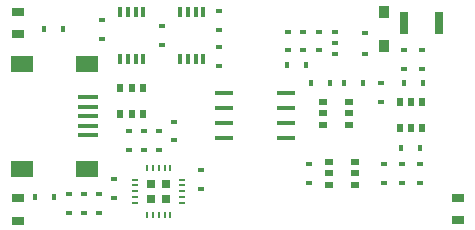
<source format=gbr>
G04 #@! TF.FileFunction,Paste,Top*
%FSLAX46Y46*%
G04 Gerber Fmt 4.6, Leading zero omitted, Abs format (unit mm)*
G04 Created by KiCad (PCBNEW 0.201512231246+6403~40~ubuntu14.04.1-stable) date Mo 22 Feb 2016 17:08:34 CET*
%MOMM*%
G01*
G04 APERTURE LIST*
%ADD10C,0.100000*%
%ADD11R,0.310134X0.864616*%
%ADD12R,0.443586X0.590194*%
%ADD13R,0.590194X0.443586*%
%ADD14R,0.666000X1.850000*%
%ADD15R,1.702918X0.370282*%
%ADD16R,1.849526X1.479246*%
%ADD17R,0.887172X1.108964*%
%ADD18R,0.540200X0.222000*%
%ADD19R,0.222000X0.540200*%
%ADD20R,0.750000X0.750000*%
%ADD21R,0.481000X0.784400*%
%ADD22R,0.784400X0.481000*%
%ADD23R,0.563880X0.412920*%
%ADD24R,0.563880X0.449920*%
%ADD25R,0.563880X0.444000*%
%ADD26R,1.033780X0.657860*%
%ADD27R,1.627734X0.443586*%
G04 APERTURE END LIST*
D10*
D11*
X156936440Y-76233020D03*
X156286200Y-76233020D03*
X155625800Y-76233020D03*
X154975560Y-76233020D03*
X154975560Y-80230980D03*
X155625800Y-80230980D03*
X156286200Y-80230980D03*
X156936440Y-80230980D03*
D12*
X180367940Y-87800000D03*
X178788060Y-87800000D03*
D13*
X161798000Y-91213940D03*
X161798000Y-89634060D03*
X155702000Y-87911940D03*
X155702000Y-86332060D03*
X154432000Y-90396060D03*
X154432000Y-91975940D03*
X153162000Y-91666060D03*
X153162000Y-93245940D03*
X159512000Y-87122000D03*
X159512000Y-85542120D03*
D12*
X170715940Y-80772000D03*
X169136060Y-80772000D03*
X171168060Y-82296000D03*
X172747940Y-82296000D03*
D13*
X170942000Y-89126060D03*
X170942000Y-90705940D03*
D12*
X173962060Y-82296000D03*
X175541940Y-82296000D03*
D13*
X177292000Y-89126060D03*
X177292000Y-90705940D03*
X177038000Y-83847940D03*
X177038000Y-82268060D03*
X170500000Y-77910060D03*
X170500000Y-79489940D03*
X171800000Y-77920120D03*
X171800000Y-79500000D03*
X180500000Y-81079880D03*
X180500000Y-79500000D03*
X169200000Y-77910060D03*
X169200000Y-79489940D03*
X179000000Y-81089940D03*
X179000000Y-79510060D03*
D14*
X181950000Y-77200000D03*
X179050000Y-77200000D03*
D15*
X152293320Y-83489800D03*
X152293320Y-84289900D03*
X152293320Y-85090000D03*
X152293320Y-85890100D03*
X152293320Y-86690200D03*
D16*
X152194260Y-80639920D03*
X146695160Y-80639920D03*
X152194260Y-89540080D03*
X146695160Y-89540080D03*
D13*
X156972000Y-87911940D03*
X156972000Y-86332060D03*
X158242000Y-87911940D03*
X158242000Y-86332060D03*
D12*
X148562060Y-77724000D03*
X150141940Y-77724000D03*
X147810060Y-91948000D03*
X149389940Y-91948000D03*
D13*
X150622000Y-91666060D03*
X150622000Y-93245940D03*
X151892000Y-91666060D03*
X151892000Y-93245940D03*
X163322000Y-76172060D03*
X163322000Y-77751940D03*
X153416000Y-78513940D03*
X153416000Y-76934060D03*
X180340000Y-90705940D03*
X180340000Y-89126060D03*
X178816000Y-89126060D03*
X178816000Y-90705940D03*
D11*
X162016440Y-76233020D03*
X161366200Y-76233020D03*
X160705800Y-76233020D03*
X160055560Y-76233020D03*
X160055560Y-80230980D03*
X160705800Y-80230980D03*
X161366200Y-80230980D03*
X162016440Y-80230980D03*
D17*
X177292000Y-76276200D03*
X177292000Y-79171800D03*
D18*
X160207000Y-92440000D03*
X160207000Y-91940000D03*
X160207000Y-91440000D03*
X160207000Y-90940000D03*
X160207000Y-90440000D03*
D19*
X159242000Y-89475000D03*
X158742000Y-89475000D03*
X158242000Y-89475000D03*
X157742000Y-89475000D03*
X157242000Y-89475000D03*
D18*
X156277000Y-90440000D03*
X156277000Y-90940000D03*
X156277000Y-91440000D03*
X156277000Y-91940000D03*
X156277000Y-92440000D03*
D19*
X157242000Y-93405000D03*
X157742000Y-93405000D03*
X158242000Y-93405000D03*
X158742000Y-93405000D03*
X159242000Y-93405000D03*
D20*
X157617000Y-90815000D03*
X157617000Y-92065000D03*
X158867000Y-90815000D03*
X158867000Y-92065000D03*
D21*
X156906000Y-82720000D03*
X155956000Y-82720000D03*
X155006000Y-82720000D03*
X155006000Y-84920000D03*
X156906000Y-84920000D03*
X155956000Y-84920000D03*
D22*
X172636000Y-88966000D03*
X172636000Y-89916000D03*
X172636000Y-90866000D03*
X174836000Y-90866000D03*
X174836000Y-88966000D03*
X174836000Y-89916000D03*
D21*
X178650000Y-86100000D03*
X179600000Y-86100000D03*
X180550000Y-86100000D03*
X180550000Y-83900000D03*
X178650000Y-83900000D03*
X179600000Y-83900000D03*
D23*
X173200000Y-77945000D03*
X173200000Y-79850000D03*
D24*
X175740000Y-77995000D03*
D23*
X173200000Y-78897500D03*
D25*
X175740000Y-79800000D03*
D22*
X172128000Y-83886000D03*
X172128000Y-84836000D03*
X172128000Y-85786000D03*
X174328000Y-85786000D03*
X174328000Y-83886000D03*
X174328000Y-84836000D03*
D13*
X163322000Y-79220060D03*
X163322000Y-80799940D03*
X158496000Y-77442060D03*
X158496000Y-79021940D03*
D26*
X146300000Y-78152500D03*
X146300000Y-76247500D03*
X146304000Y-93916500D03*
X146304000Y-92011500D03*
X183600000Y-93900000D03*
X183600000Y-91995000D03*
D12*
X180589940Y-82300000D03*
X179010060Y-82300000D03*
D27*
X163801580Y-83095000D03*
X163801580Y-84365000D03*
X163801580Y-85635000D03*
X163801580Y-86905000D03*
X168998420Y-86905000D03*
X168998420Y-85635000D03*
X168998420Y-84365000D03*
X168998420Y-83095000D03*
M02*

</source>
